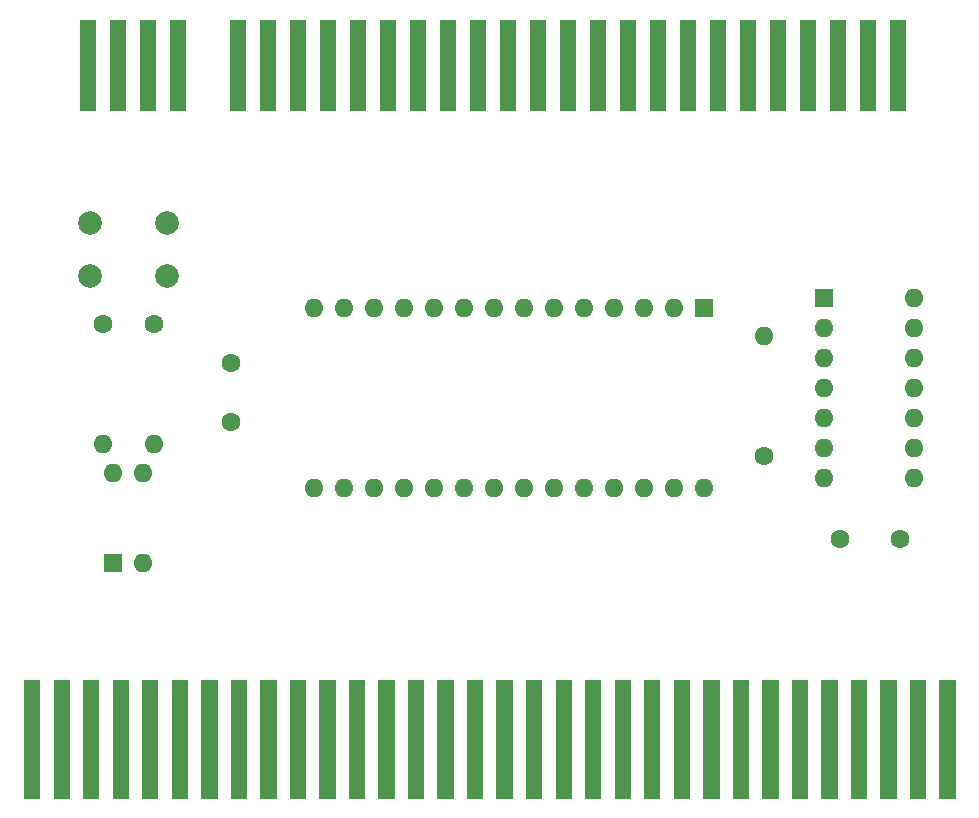
<source format=gbr>
%TF.GenerationSoftware,KiCad,Pcbnew,(6.0.10)*%
%TF.CreationDate,2023-03-31T21:51:54+03:00*%
%TF.ProjectId,zxcart,7a786361-7274-42e6-9b69-6361645f7063,rev?*%
%TF.SameCoordinates,Original*%
%TF.FileFunction,Soldermask,Bot*%
%TF.FilePolarity,Negative*%
%FSLAX46Y46*%
G04 Gerber Fmt 4.6, Leading zero omitted, Abs format (unit mm)*
G04 Created by KiCad (PCBNEW (6.0.10)) date 2023-03-31 21:51:54*
%MOMM*%
%LPD*%
G01*
G04 APERTURE LIST*
%ADD10C,0.120000*%
%ADD11R,1.600000X1.600000*%
%ADD12O,1.600000X1.600000*%
%ADD13C,1.600000*%
%ADD14C,2.000000*%
G04 APERTURE END LIST*
D10*
%TO.C,J1*%
X160475010Y-112004010D02*
X159175010Y-112004010D01*
X159175010Y-112004010D02*
X159175010Y-102004010D01*
X159175010Y-102004010D02*
X160475010Y-102004010D01*
X160475010Y-102004010D02*
X160475010Y-112004010D01*
G36*
X160475010Y-112004010D02*
G01*
X159175010Y-112004010D01*
X159175010Y-102004010D01*
X160475010Y-102004010D01*
X160475010Y-112004010D01*
G37*
X145475010Y-112004010D02*
X144175010Y-112004010D01*
X144175010Y-112004010D02*
X144175010Y-102004010D01*
X144175010Y-102004010D02*
X145475010Y-102004010D01*
X145475010Y-102004010D02*
X145475010Y-112004010D01*
G36*
X145475010Y-112004010D02*
G01*
X144175010Y-112004010D01*
X144175010Y-102004010D01*
X145475010Y-102004010D01*
X145475010Y-112004010D01*
G37*
X137975010Y-112004010D02*
X136675010Y-112004010D01*
X136675010Y-112004010D02*
X136675010Y-102004010D01*
X136675010Y-102004010D02*
X137975010Y-102004010D01*
X137975010Y-102004010D02*
X137975010Y-112004010D01*
G36*
X137975010Y-112004010D02*
G01*
X136675010Y-112004010D01*
X136675010Y-102004010D01*
X137975010Y-102004010D01*
X137975010Y-112004010D01*
G37*
X120475010Y-112004010D02*
X119175010Y-112004010D01*
X119175010Y-112004010D02*
X119175010Y-102004010D01*
X119175010Y-102004010D02*
X120475010Y-102004010D01*
X120475010Y-102004010D02*
X120475010Y-112004010D01*
G36*
X120475010Y-112004010D02*
G01*
X119175010Y-112004010D01*
X119175010Y-102004010D01*
X120475010Y-102004010D01*
X120475010Y-112004010D01*
G37*
X125475010Y-112004010D02*
X124175010Y-112004010D01*
X124175010Y-112004010D02*
X124175010Y-102004010D01*
X124175010Y-102004010D02*
X125475010Y-102004010D01*
X125475010Y-102004010D02*
X125475010Y-112004010D01*
G36*
X125475010Y-112004010D02*
G01*
X124175010Y-112004010D01*
X124175010Y-102004010D01*
X125475010Y-102004010D01*
X125475010Y-112004010D01*
G37*
X97975010Y-112004010D02*
X96675010Y-112004010D01*
X96675010Y-112004010D02*
X96675010Y-102004010D01*
X96675010Y-102004010D02*
X97975010Y-102004010D01*
X97975010Y-102004010D02*
X97975010Y-112004010D01*
G36*
X97975010Y-112004010D02*
G01*
X96675010Y-112004010D01*
X96675010Y-102004010D01*
X97975010Y-102004010D01*
X97975010Y-112004010D01*
G37*
X115475010Y-112004010D02*
X114175010Y-112004010D01*
X114175010Y-112004010D02*
X114175010Y-102004010D01*
X114175010Y-102004010D02*
X115475010Y-102004010D01*
X115475010Y-102004010D02*
X115475010Y-112004010D01*
G36*
X115475010Y-112004010D02*
G01*
X114175010Y-112004010D01*
X114175010Y-102004010D01*
X115475010Y-102004010D01*
X115475010Y-112004010D01*
G37*
X100475010Y-112004010D02*
X99175010Y-112004010D01*
X99175010Y-112004010D02*
X99175010Y-102004010D01*
X99175010Y-102004010D02*
X100475010Y-102004010D01*
X100475010Y-102004010D02*
X100475010Y-112004010D01*
G36*
X100475010Y-112004010D02*
G01*
X99175010Y-112004010D01*
X99175010Y-102004010D01*
X100475010Y-102004010D01*
X100475010Y-112004010D01*
G37*
X92975010Y-112004010D02*
X91675010Y-112004010D01*
X91675010Y-112004010D02*
X91675010Y-102004010D01*
X91675010Y-102004010D02*
X92975010Y-102004010D01*
X92975010Y-102004010D02*
X92975010Y-112004010D01*
G36*
X92975010Y-112004010D02*
G01*
X91675010Y-112004010D01*
X91675010Y-102004010D01*
X92975010Y-102004010D01*
X92975010Y-112004010D01*
G37*
X150475010Y-112004010D02*
X149175010Y-112004010D01*
X149175010Y-112004010D02*
X149175010Y-102004010D01*
X149175010Y-102004010D02*
X150475010Y-102004010D01*
X150475010Y-102004010D02*
X150475010Y-112004010D01*
G36*
X150475010Y-112004010D02*
G01*
X149175010Y-112004010D01*
X149175010Y-102004010D01*
X150475010Y-102004010D01*
X150475010Y-112004010D01*
G37*
X130475010Y-112004010D02*
X129175010Y-112004010D01*
X129175010Y-112004010D02*
X129175010Y-102004010D01*
X129175010Y-102004010D02*
X130475010Y-102004010D01*
X130475010Y-102004010D02*
X130475010Y-112004010D01*
G36*
X130475010Y-112004010D02*
G01*
X129175010Y-112004010D01*
X129175010Y-102004010D01*
X130475010Y-102004010D01*
X130475010Y-112004010D01*
G37*
X102975010Y-112004010D02*
X101675010Y-112004010D01*
X101675010Y-112004010D02*
X101675010Y-102004010D01*
X101675010Y-102004010D02*
X102975010Y-102004010D01*
X102975010Y-102004010D02*
X102975010Y-112004010D01*
G36*
X102975010Y-112004010D02*
G01*
X101675010Y-112004010D01*
X101675010Y-102004010D01*
X102975010Y-102004010D01*
X102975010Y-112004010D01*
G37*
X105475010Y-112004010D02*
X104175010Y-112004010D01*
X104175010Y-112004010D02*
X104175010Y-102004010D01*
X104175010Y-102004010D02*
X105475010Y-102004010D01*
X105475010Y-102004010D02*
X105475010Y-112004010D01*
G36*
X105475010Y-112004010D02*
G01*
X104175010Y-112004010D01*
X104175010Y-102004010D01*
X105475010Y-102004010D01*
X105475010Y-112004010D01*
G37*
X157975010Y-112004010D02*
X156675010Y-112004010D01*
X156675010Y-112004010D02*
X156675010Y-102004010D01*
X156675010Y-102004010D02*
X157975010Y-102004010D01*
X157975010Y-102004010D02*
X157975010Y-112004010D01*
G36*
X157975010Y-112004010D02*
G01*
X156675010Y-112004010D01*
X156675010Y-102004010D01*
X157975010Y-102004010D01*
X157975010Y-112004010D01*
G37*
X162975010Y-112004010D02*
X161675010Y-112004010D01*
X161675010Y-112004010D02*
X161675010Y-102004010D01*
X161675010Y-102004010D02*
X162975010Y-102004010D01*
X162975010Y-102004010D02*
X162975010Y-112004010D01*
G36*
X162975010Y-112004010D02*
G01*
X161675010Y-112004010D01*
X161675010Y-102004010D01*
X162975010Y-102004010D01*
X162975010Y-112004010D01*
G37*
X95475010Y-112004010D02*
X94175010Y-112004010D01*
X94175010Y-112004010D02*
X94175010Y-102004010D01*
X94175010Y-102004010D02*
X95475010Y-102004010D01*
X95475010Y-102004010D02*
X95475010Y-112004010D01*
G36*
X95475010Y-112004010D02*
G01*
X94175010Y-112004010D01*
X94175010Y-102004010D01*
X95475010Y-102004010D01*
X95475010Y-112004010D01*
G37*
X167975010Y-112004010D02*
X166675010Y-112004010D01*
X166675010Y-112004010D02*
X166675010Y-102004010D01*
X166675010Y-102004010D02*
X167975010Y-102004010D01*
X167975010Y-102004010D02*
X167975010Y-112004010D01*
G36*
X167975010Y-112004010D02*
G01*
X166675010Y-112004010D01*
X166675010Y-102004010D01*
X167975010Y-102004010D01*
X167975010Y-112004010D01*
G37*
X107975010Y-112004010D02*
X106675010Y-112004010D01*
X106675010Y-112004010D02*
X106675010Y-102004010D01*
X106675010Y-102004010D02*
X107975010Y-102004010D01*
X107975010Y-102004010D02*
X107975010Y-112004010D01*
G36*
X107975010Y-112004010D02*
G01*
X106675010Y-112004010D01*
X106675010Y-102004010D01*
X107975010Y-102004010D01*
X107975010Y-112004010D01*
G37*
X117975010Y-112004010D02*
X116675010Y-112004010D01*
X116675010Y-112004010D02*
X116675010Y-102004010D01*
X116675010Y-102004010D02*
X117975010Y-102004010D01*
X117975010Y-102004010D02*
X117975010Y-112004010D01*
G36*
X117975010Y-112004010D02*
G01*
X116675010Y-112004010D01*
X116675010Y-102004010D01*
X117975010Y-102004010D01*
X117975010Y-112004010D01*
G37*
X140475010Y-112004010D02*
X139175010Y-112004010D01*
X139175010Y-112004010D02*
X139175010Y-102004010D01*
X139175010Y-102004010D02*
X140475010Y-102004010D01*
X140475010Y-102004010D02*
X140475010Y-112004010D01*
G36*
X140475010Y-112004010D02*
G01*
X139175010Y-112004010D01*
X139175010Y-102004010D01*
X140475010Y-102004010D01*
X140475010Y-112004010D01*
G37*
X110475010Y-112004010D02*
X109175010Y-112004010D01*
X109175010Y-112004010D02*
X109175010Y-102004010D01*
X109175010Y-102004010D02*
X110475010Y-102004010D01*
X110475010Y-102004010D02*
X110475010Y-112004010D01*
G36*
X110475010Y-112004010D02*
G01*
X109175010Y-112004010D01*
X109175010Y-102004010D01*
X110475010Y-102004010D01*
X110475010Y-112004010D01*
G37*
X122975010Y-112004010D02*
X121675010Y-112004010D01*
X121675010Y-112004010D02*
X121675010Y-102004010D01*
X121675010Y-102004010D02*
X122975010Y-102004010D01*
X122975010Y-102004010D02*
X122975010Y-112004010D01*
G36*
X122975010Y-112004010D02*
G01*
X121675010Y-112004010D01*
X121675010Y-102004010D01*
X122975010Y-102004010D01*
X122975010Y-112004010D01*
G37*
X132975010Y-112004010D02*
X131675010Y-112004010D01*
X131675010Y-112004010D02*
X131675010Y-102004010D01*
X131675010Y-102004010D02*
X132975010Y-102004010D01*
X132975010Y-102004010D02*
X132975010Y-112004010D01*
G36*
X132975010Y-112004010D02*
G01*
X131675010Y-112004010D01*
X131675010Y-102004010D01*
X132975010Y-102004010D01*
X132975010Y-112004010D01*
G37*
X112975010Y-112004010D02*
X111675010Y-112004010D01*
X111675010Y-112004010D02*
X111675010Y-102004010D01*
X111675010Y-102004010D02*
X112975010Y-102004010D01*
X112975010Y-102004010D02*
X112975010Y-112004010D01*
G36*
X112975010Y-112004010D02*
G01*
X111675010Y-112004010D01*
X111675010Y-102004010D01*
X112975010Y-102004010D01*
X112975010Y-112004010D01*
G37*
X165475010Y-112004010D02*
X164175010Y-112004010D01*
X164175010Y-112004010D02*
X164175010Y-102004010D01*
X164175010Y-102004010D02*
X165475010Y-102004010D01*
X165475010Y-102004010D02*
X165475010Y-112004010D01*
G36*
X165475010Y-112004010D02*
G01*
X164175010Y-112004010D01*
X164175010Y-102004010D01*
X165475010Y-102004010D01*
X165475010Y-112004010D01*
G37*
X152975010Y-112004010D02*
X151675010Y-112004010D01*
X151675010Y-112004010D02*
X151675010Y-102004010D01*
X151675010Y-102004010D02*
X152975010Y-102004010D01*
X152975010Y-102004010D02*
X152975010Y-112004010D01*
G36*
X152975010Y-112004010D02*
G01*
X151675010Y-112004010D01*
X151675010Y-102004010D01*
X152975010Y-102004010D01*
X152975010Y-112004010D01*
G37*
X135475010Y-112004010D02*
X134175010Y-112004010D01*
X134175010Y-112004010D02*
X134175010Y-102004010D01*
X134175010Y-102004010D02*
X135475010Y-102004010D01*
X135475010Y-102004010D02*
X135475010Y-112004010D01*
G36*
X135475010Y-112004010D02*
G01*
X134175010Y-112004010D01*
X134175010Y-102004010D01*
X135475010Y-102004010D01*
X135475010Y-112004010D01*
G37*
X127975010Y-112004010D02*
X126675010Y-112004010D01*
X126675010Y-112004010D02*
X126675010Y-102004010D01*
X126675010Y-102004010D02*
X127975010Y-102004010D01*
X127975010Y-102004010D02*
X127975010Y-112004010D01*
G36*
X127975010Y-112004010D02*
G01*
X126675010Y-112004010D01*
X126675010Y-102004010D01*
X127975010Y-102004010D01*
X127975010Y-112004010D01*
G37*
X170475010Y-112004010D02*
X169175010Y-112004010D01*
X169175010Y-112004010D02*
X169175010Y-102004010D01*
X169175010Y-102004010D02*
X170475010Y-102004010D01*
X170475010Y-102004010D02*
X170475010Y-112004010D01*
G36*
X170475010Y-112004010D02*
G01*
X169175010Y-112004010D01*
X169175010Y-102004010D01*
X170475010Y-102004010D01*
X170475010Y-112004010D01*
G37*
X142975010Y-112004010D02*
X141675010Y-112004010D01*
X141675010Y-112004010D02*
X141675010Y-102004010D01*
X141675010Y-102004010D02*
X142975010Y-102004010D01*
X142975010Y-102004010D02*
X142975010Y-112004010D01*
G36*
X142975010Y-112004010D02*
G01*
X141675010Y-112004010D01*
X141675010Y-102004010D01*
X142975010Y-102004010D01*
X142975010Y-112004010D01*
G37*
X155475010Y-112004010D02*
X154175010Y-112004010D01*
X154175010Y-112004010D02*
X154175010Y-102004010D01*
X154175010Y-102004010D02*
X155475010Y-102004010D01*
X155475010Y-102004010D02*
X155475010Y-112004010D01*
G36*
X155475010Y-112004010D02*
G01*
X154175010Y-112004010D01*
X154175010Y-102004010D01*
X155475010Y-102004010D01*
X155475010Y-112004010D01*
G37*
X147975010Y-112004010D02*
X146675010Y-112004010D01*
X146675010Y-112004010D02*
X146675010Y-102004010D01*
X146675010Y-102004010D02*
X147975010Y-102004010D01*
X147975010Y-102004010D02*
X147975010Y-112004010D01*
G36*
X147975010Y-112004010D02*
G01*
X146675010Y-112004010D01*
X146675010Y-102004010D01*
X147975010Y-102004010D01*
X147975010Y-112004010D01*
G37*
%TO.C,J2*%
X150985000Y-46190000D02*
X149715000Y-46190000D01*
X149715000Y-46190000D02*
X149715000Y-53810000D01*
X149715000Y-53810000D02*
X150985000Y-53810000D01*
X150985000Y-53810000D02*
X150985000Y-46190000D01*
G36*
X150985000Y-46190000D02*
G01*
X149715000Y-46190000D01*
X149715000Y-53810000D01*
X150985000Y-53810000D01*
X150985000Y-46190000D01*
G37*
X112885000Y-46190000D02*
X111615000Y-46190000D01*
X111615000Y-46190000D02*
X111615000Y-53810000D01*
X111615000Y-53810000D02*
X112885000Y-53810000D01*
X112885000Y-53810000D02*
X112885000Y-46190000D01*
G36*
X112885000Y-46190000D02*
G01*
X111615000Y-46190000D01*
X111615000Y-53810000D01*
X112885000Y-53810000D01*
X112885000Y-46190000D01*
G37*
X133205000Y-46190000D02*
X131935000Y-46190000D01*
X131935000Y-46190000D02*
X131935000Y-53810000D01*
X131935000Y-53810000D02*
X133205000Y-53810000D01*
X133205000Y-53810000D02*
X133205000Y-46190000D01*
G36*
X133205000Y-46190000D02*
G01*
X131935000Y-46190000D01*
X131935000Y-53810000D01*
X133205000Y-53810000D01*
X133205000Y-46190000D01*
G37*
X163685000Y-46190000D02*
X162415000Y-46190000D01*
X162415000Y-46190000D02*
X162415000Y-53810000D01*
X162415000Y-53810000D02*
X163685000Y-53810000D01*
X163685000Y-53810000D02*
X163685000Y-46190000D01*
G36*
X163685000Y-46190000D02*
G01*
X162415000Y-46190000D01*
X162415000Y-53810000D01*
X163685000Y-53810000D01*
X163685000Y-46190000D01*
G37*
X153525000Y-46190000D02*
X152255000Y-46190000D01*
X152255000Y-46190000D02*
X152255000Y-53810000D01*
X152255000Y-53810000D02*
X153525000Y-53810000D01*
X153525000Y-53810000D02*
X153525000Y-46190000D01*
G36*
X153525000Y-46190000D02*
G01*
X152255000Y-46190000D01*
X152255000Y-53810000D01*
X153525000Y-53810000D01*
X153525000Y-46190000D01*
G37*
X140825000Y-46190000D02*
X139555000Y-46190000D01*
X139555000Y-46190000D02*
X139555000Y-53810000D01*
X139555000Y-53810000D02*
X140825000Y-53810000D01*
X140825000Y-53810000D02*
X140825000Y-46190000D01*
G36*
X140825000Y-46190000D02*
G01*
X139555000Y-46190000D01*
X139555000Y-53810000D01*
X140825000Y-53810000D01*
X140825000Y-46190000D01*
G37*
X145905000Y-46190000D02*
X144635000Y-46190000D01*
X144635000Y-46190000D02*
X144635000Y-53810000D01*
X144635000Y-53810000D02*
X145905000Y-53810000D01*
X145905000Y-53810000D02*
X145905000Y-46190000D01*
G36*
X145905000Y-46190000D02*
G01*
X144635000Y-46190000D01*
X144635000Y-53810000D01*
X145905000Y-53810000D01*
X145905000Y-46190000D01*
G37*
X123045000Y-46190000D02*
X121775000Y-46190000D01*
X121775000Y-46190000D02*
X121775000Y-53810000D01*
X121775000Y-53810000D02*
X123045000Y-53810000D01*
X123045000Y-53810000D02*
X123045000Y-46190000D01*
G36*
X123045000Y-46190000D02*
G01*
X121775000Y-46190000D01*
X121775000Y-53810000D01*
X123045000Y-53810000D01*
X123045000Y-46190000D01*
G37*
X138285000Y-46190000D02*
X137015000Y-46190000D01*
X137015000Y-46190000D02*
X137015000Y-53810000D01*
X137015000Y-53810000D02*
X138285000Y-53810000D01*
X138285000Y-53810000D02*
X138285000Y-46190000D01*
G36*
X138285000Y-46190000D02*
G01*
X137015000Y-46190000D01*
X137015000Y-53810000D01*
X138285000Y-53810000D01*
X138285000Y-46190000D01*
G37*
X161145000Y-46190000D02*
X159875000Y-46190000D01*
X159875000Y-46190000D02*
X159875000Y-53810000D01*
X159875000Y-53810000D02*
X161145000Y-53810000D01*
X161145000Y-53810000D02*
X161145000Y-46190000D01*
G36*
X161145000Y-46190000D02*
G01*
X159875000Y-46190000D01*
X159875000Y-53810000D01*
X161145000Y-53810000D01*
X161145000Y-46190000D01*
G37*
X143365000Y-46190000D02*
X142095000Y-46190000D01*
X142095000Y-46190000D02*
X142095000Y-53810000D01*
X142095000Y-53810000D02*
X143365000Y-53810000D01*
X143365000Y-53810000D02*
X143365000Y-46190000D01*
G36*
X143365000Y-46190000D02*
G01*
X142095000Y-46190000D01*
X142095000Y-53810000D01*
X143365000Y-53810000D01*
X143365000Y-46190000D01*
G37*
X135745000Y-46190000D02*
X134475000Y-46190000D01*
X134475000Y-46190000D02*
X134475000Y-53810000D01*
X134475000Y-53810000D02*
X135745000Y-53810000D01*
X135745000Y-53810000D02*
X135745000Y-46190000D01*
G36*
X135745000Y-46190000D02*
G01*
X134475000Y-46190000D01*
X134475000Y-53810000D01*
X135745000Y-53810000D01*
X135745000Y-46190000D01*
G37*
X128125000Y-46190000D02*
X126855000Y-46190000D01*
X126855000Y-46190000D02*
X126855000Y-53810000D01*
X126855000Y-53810000D02*
X128125000Y-53810000D01*
X128125000Y-53810000D02*
X128125000Y-46190000D01*
G36*
X128125000Y-46190000D02*
G01*
X126855000Y-46190000D01*
X126855000Y-53810000D01*
X128125000Y-53810000D01*
X128125000Y-46190000D01*
G37*
X158605000Y-46190000D02*
X157335000Y-46190000D01*
X157335000Y-46190000D02*
X157335000Y-53810000D01*
X157335000Y-53810000D02*
X158605000Y-53810000D01*
X158605000Y-53810000D02*
X158605000Y-46190000D01*
G36*
X158605000Y-46190000D02*
G01*
X157335000Y-46190000D01*
X157335000Y-53810000D01*
X158605000Y-53810000D01*
X158605000Y-46190000D01*
G37*
X125585000Y-46190000D02*
X124315000Y-46190000D01*
X124315000Y-46190000D02*
X124315000Y-53810000D01*
X124315000Y-53810000D02*
X125585000Y-53810000D01*
X125585000Y-53810000D02*
X125585000Y-46190000D01*
G36*
X125585000Y-46190000D02*
G01*
X124315000Y-46190000D01*
X124315000Y-53810000D01*
X125585000Y-53810000D01*
X125585000Y-46190000D01*
G37*
X115425000Y-46190000D02*
X114155000Y-46190000D01*
X114155000Y-46190000D02*
X114155000Y-53810000D01*
X114155000Y-53810000D02*
X115425000Y-53810000D01*
X115425000Y-53810000D02*
X115425000Y-46190000D01*
G36*
X115425000Y-46190000D02*
G01*
X114155000Y-46190000D01*
X114155000Y-53810000D01*
X115425000Y-53810000D01*
X115425000Y-46190000D01*
G37*
X110345000Y-46190000D02*
X109075000Y-46190000D01*
X109075000Y-46190000D02*
X109075000Y-53810000D01*
X109075000Y-53810000D02*
X110345000Y-53810000D01*
X110345000Y-53810000D02*
X110345000Y-46190000D01*
G36*
X110345000Y-46190000D02*
G01*
X109075000Y-46190000D01*
X109075000Y-53810000D01*
X110345000Y-53810000D01*
X110345000Y-46190000D01*
G37*
X166225000Y-46190000D02*
X164955000Y-46190000D01*
X164955000Y-46190000D02*
X164955000Y-53810000D01*
X164955000Y-53810000D02*
X166225000Y-53810000D01*
X166225000Y-53810000D02*
X166225000Y-46190000D01*
G36*
X166225000Y-46190000D02*
G01*
X164955000Y-46190000D01*
X164955000Y-53810000D01*
X166225000Y-53810000D01*
X166225000Y-46190000D01*
G37*
X100185000Y-46190000D02*
X98915000Y-46190000D01*
X98915000Y-46190000D02*
X98915000Y-53810000D01*
X98915000Y-53810000D02*
X100185000Y-53810000D01*
X100185000Y-53810000D02*
X100185000Y-46190000D01*
G36*
X100185000Y-46190000D02*
G01*
X98915000Y-46190000D01*
X98915000Y-53810000D01*
X100185000Y-53810000D01*
X100185000Y-46190000D01*
G37*
X148445000Y-46190000D02*
X147175000Y-46190000D01*
X147175000Y-46190000D02*
X147175000Y-53810000D01*
X147175000Y-53810000D02*
X148445000Y-53810000D01*
X148445000Y-53810000D02*
X148445000Y-46190000D01*
G36*
X148445000Y-46190000D02*
G01*
X147175000Y-46190000D01*
X147175000Y-53810000D01*
X148445000Y-53810000D01*
X148445000Y-46190000D01*
G37*
X130665000Y-46190000D02*
X129395000Y-46190000D01*
X129395000Y-46190000D02*
X129395000Y-53810000D01*
X129395000Y-53810000D02*
X130665000Y-53810000D01*
X130665000Y-53810000D02*
X130665000Y-46190000D01*
G36*
X130665000Y-46190000D02*
G01*
X129395000Y-46190000D01*
X129395000Y-53810000D01*
X130665000Y-53810000D01*
X130665000Y-46190000D01*
G37*
X156065000Y-46190000D02*
X154795000Y-46190000D01*
X154795000Y-46190000D02*
X154795000Y-53810000D01*
X154795000Y-53810000D02*
X156065000Y-53810000D01*
X156065000Y-53810000D02*
X156065000Y-46190000D01*
G36*
X156065000Y-46190000D02*
G01*
X154795000Y-46190000D01*
X154795000Y-53810000D01*
X156065000Y-53810000D01*
X156065000Y-46190000D01*
G37*
X102725000Y-46190000D02*
X101455000Y-46190000D01*
X101455000Y-46190000D02*
X101455000Y-53810000D01*
X101455000Y-53810000D02*
X102725000Y-53810000D01*
X102725000Y-53810000D02*
X102725000Y-46190000D01*
G36*
X102725000Y-46190000D02*
G01*
X101455000Y-46190000D01*
X101455000Y-53810000D01*
X102725000Y-53810000D01*
X102725000Y-46190000D01*
G37*
X105265000Y-46190000D02*
X103995000Y-46190000D01*
X103995000Y-46190000D02*
X103995000Y-53810000D01*
X103995000Y-53810000D02*
X105265000Y-53810000D01*
X105265000Y-53810000D02*
X105265000Y-46190000D01*
G36*
X105265000Y-46190000D02*
G01*
X103995000Y-46190000D01*
X103995000Y-53810000D01*
X105265000Y-53810000D01*
X105265000Y-46190000D01*
G37*
X117965000Y-46190000D02*
X116695000Y-46190000D01*
X116695000Y-46190000D02*
X116695000Y-53810000D01*
X116695000Y-53810000D02*
X117965000Y-53810000D01*
X117965000Y-53810000D02*
X117965000Y-46190000D01*
G36*
X117965000Y-46190000D02*
G01*
X116695000Y-46190000D01*
X116695000Y-53810000D01*
X117965000Y-53810000D01*
X117965000Y-46190000D01*
G37*
X120505000Y-46190000D02*
X119235000Y-46190000D01*
X119235000Y-46190000D02*
X119235000Y-53810000D01*
X119235000Y-53810000D02*
X120505000Y-53810000D01*
X120505000Y-53810000D02*
X120505000Y-46190000D01*
G36*
X120505000Y-46190000D02*
G01*
X119235000Y-46190000D01*
X119235000Y-53810000D01*
X120505000Y-53810000D01*
X120505000Y-46190000D01*
G37*
X97645000Y-46190000D02*
X96375000Y-46190000D01*
X96375000Y-46190000D02*
X96375000Y-53810000D01*
X96375000Y-53810000D02*
X97645000Y-53810000D01*
X97645000Y-53810000D02*
X97645000Y-46190000D01*
G36*
X97645000Y-46190000D02*
G01*
X96375000Y-46190000D01*
X96375000Y-53810000D01*
X97645000Y-53810000D01*
X97645000Y-46190000D01*
G37*
%TD*%
D11*
%TO.C,U1*%
X159400000Y-69675000D03*
D12*
X159400000Y-72215000D03*
X159400000Y-74755000D03*
X159400000Y-77295000D03*
X159400000Y-79835000D03*
X159400000Y-82375000D03*
X159400000Y-84915000D03*
X167020000Y-84915000D03*
X167020000Y-82375000D03*
X167020000Y-79835000D03*
X167020000Y-77295000D03*
X167020000Y-74755000D03*
X167020000Y-72215000D03*
X167020000Y-69675000D03*
%TD*%
D11*
%TO.C,SW1*%
X99250000Y-92100000D03*
D12*
X101790000Y-92100000D03*
X101790000Y-84480000D03*
X99250000Y-84480000D03*
%TD*%
D13*
%TO.C,C1*%
X165800000Y-90100000D03*
X160800000Y-90100000D03*
%TD*%
%TO.C,R1*%
X154300000Y-83080000D03*
D12*
X154300000Y-72920000D03*
%TD*%
D14*
%TO.C,SW2*%
X103750000Y-63350000D03*
X97250000Y-63350000D03*
X103750000Y-67850000D03*
X97250000Y-67850000D03*
%TD*%
D13*
%TO.C,C2*%
X109200000Y-75200000D03*
X109200000Y-80200000D03*
%TD*%
%TO.C,R2*%
X98350000Y-71900000D03*
D12*
X98350000Y-82060000D03*
%TD*%
D13*
%TO.C,R3*%
X102650000Y-71900000D03*
D12*
X102650000Y-82060000D03*
%TD*%
D11*
%TO.C,U2*%
X149250000Y-70575000D03*
D12*
X146710000Y-70575000D03*
X144170000Y-70575000D03*
X141630000Y-70575000D03*
X139090000Y-70575000D03*
X136550000Y-70575000D03*
X134010000Y-70575000D03*
X131470000Y-70575000D03*
X128930000Y-70575000D03*
X126390000Y-70575000D03*
X123850000Y-70575000D03*
X121310000Y-70575000D03*
X118770000Y-70575000D03*
X116230000Y-70575000D03*
X116230000Y-85815000D03*
X118770000Y-85815000D03*
X121310000Y-85815000D03*
X123850000Y-85815000D03*
X126390000Y-85815000D03*
X128930000Y-85815000D03*
X131470000Y-85815000D03*
X134010000Y-85815000D03*
X136550000Y-85815000D03*
X139090000Y-85815000D03*
X141630000Y-85815000D03*
X144170000Y-85815000D03*
X146710000Y-85815000D03*
X149250000Y-85815000D03*
%TD*%
M02*

</source>
